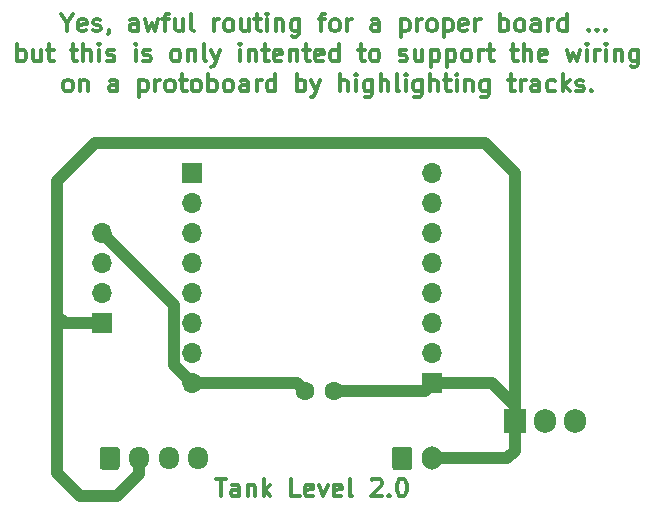
<source format=gbr>
%TF.GenerationSoftware,KiCad,Pcbnew,5.1.9+dfsg1-1*%
%TF.CreationDate,2022-05-15T20:14:44+02:00*%
%TF.ProjectId,water.tank,77617465-722e-4746-916e-6b2e6b696361,rev?*%
%TF.SameCoordinates,Original*%
%TF.FileFunction,Copper,L1,Top*%
%TF.FilePolarity,Positive*%
%FSLAX46Y46*%
G04 Gerber Fmt 4.6, Leading zero omitted, Abs format (unit mm)*
G04 Created by KiCad (PCBNEW 5.1.9+dfsg1-1) date 2022-05-15 20:14:44*
%MOMM*%
%LPD*%
G01*
G04 APERTURE LIST*
%TA.AperFunction,NonConductor*%
%ADD10C,0.300000*%
%TD*%
%TA.AperFunction,ComponentPad*%
%ADD11O,1.700000X1.700000*%
%TD*%
%TA.AperFunction,ComponentPad*%
%ADD12R,1.700000X1.700000*%
%TD*%
%TA.AperFunction,ComponentPad*%
%ADD13C,1.600000*%
%TD*%
%TA.AperFunction,ComponentPad*%
%ADD14O,1.905000X2.000000*%
%TD*%
%TA.AperFunction,ComponentPad*%
%ADD15R,1.905000X2.000000*%
%TD*%
%TA.AperFunction,ComponentPad*%
%ADD16O,1.700000X1.950000*%
%TD*%
%TA.AperFunction,ComponentPad*%
%ADD17O,1.700000X2.000000*%
%TD*%
%TA.AperFunction,Conductor*%
%ADD18C,1.000000*%
%TD*%
G04 APERTURE END LIST*
D10*
X66257142Y-42499285D02*
X66257142Y-43213571D01*
X65757142Y-41713571D02*
X66257142Y-42499285D01*
X66757142Y-41713571D01*
X67828571Y-43142142D02*
X67685714Y-43213571D01*
X67400000Y-43213571D01*
X67257142Y-43142142D01*
X67185714Y-42999285D01*
X67185714Y-42427857D01*
X67257142Y-42285000D01*
X67400000Y-42213571D01*
X67685714Y-42213571D01*
X67828571Y-42285000D01*
X67900000Y-42427857D01*
X67900000Y-42570714D01*
X67185714Y-42713571D01*
X68471428Y-43142142D02*
X68614285Y-43213571D01*
X68900000Y-43213571D01*
X69042857Y-43142142D01*
X69114285Y-42999285D01*
X69114285Y-42927857D01*
X69042857Y-42785000D01*
X68900000Y-42713571D01*
X68685714Y-42713571D01*
X68542857Y-42642142D01*
X68471428Y-42499285D01*
X68471428Y-42427857D01*
X68542857Y-42285000D01*
X68685714Y-42213571D01*
X68900000Y-42213571D01*
X69042857Y-42285000D01*
X69828571Y-43142142D02*
X69828571Y-43213571D01*
X69757142Y-43356428D01*
X69685714Y-43427857D01*
X72257142Y-43213571D02*
X72257142Y-42427857D01*
X72185714Y-42285000D01*
X72042857Y-42213571D01*
X71757142Y-42213571D01*
X71614285Y-42285000D01*
X72257142Y-43142142D02*
X72114285Y-43213571D01*
X71757142Y-43213571D01*
X71614285Y-43142142D01*
X71542857Y-42999285D01*
X71542857Y-42856428D01*
X71614285Y-42713571D01*
X71757142Y-42642142D01*
X72114285Y-42642142D01*
X72257142Y-42570714D01*
X72828571Y-42213571D02*
X73114285Y-43213571D01*
X73400000Y-42499285D01*
X73685714Y-43213571D01*
X73971428Y-42213571D01*
X74328571Y-42213571D02*
X74900000Y-42213571D01*
X74542857Y-43213571D02*
X74542857Y-41927857D01*
X74614285Y-41785000D01*
X74757142Y-41713571D01*
X74900000Y-41713571D01*
X76042857Y-42213571D02*
X76042857Y-43213571D01*
X75400000Y-42213571D02*
X75400000Y-42999285D01*
X75471428Y-43142142D01*
X75614285Y-43213571D01*
X75828571Y-43213571D01*
X75971428Y-43142142D01*
X76042857Y-43070714D01*
X76971428Y-43213571D02*
X76828571Y-43142142D01*
X76757142Y-42999285D01*
X76757142Y-41713571D01*
X78685714Y-43213571D02*
X78685714Y-42213571D01*
X78685714Y-42499285D02*
X78757142Y-42356428D01*
X78828571Y-42285000D01*
X78971428Y-42213571D01*
X79114285Y-42213571D01*
X79828571Y-43213571D02*
X79685714Y-43142142D01*
X79614285Y-43070714D01*
X79542857Y-42927857D01*
X79542857Y-42499285D01*
X79614285Y-42356428D01*
X79685714Y-42285000D01*
X79828571Y-42213571D01*
X80042857Y-42213571D01*
X80185714Y-42285000D01*
X80257142Y-42356428D01*
X80328571Y-42499285D01*
X80328571Y-42927857D01*
X80257142Y-43070714D01*
X80185714Y-43142142D01*
X80042857Y-43213571D01*
X79828571Y-43213571D01*
X81614285Y-42213571D02*
X81614285Y-43213571D01*
X80971428Y-42213571D02*
X80971428Y-42999285D01*
X81042857Y-43142142D01*
X81185714Y-43213571D01*
X81400000Y-43213571D01*
X81542857Y-43142142D01*
X81614285Y-43070714D01*
X82114285Y-42213571D02*
X82685714Y-42213571D01*
X82328571Y-41713571D02*
X82328571Y-42999285D01*
X82400000Y-43142142D01*
X82542857Y-43213571D01*
X82685714Y-43213571D01*
X83185714Y-43213571D02*
X83185714Y-42213571D01*
X83185714Y-41713571D02*
X83114285Y-41785000D01*
X83185714Y-41856428D01*
X83257142Y-41785000D01*
X83185714Y-41713571D01*
X83185714Y-41856428D01*
X83900000Y-42213571D02*
X83900000Y-43213571D01*
X83900000Y-42356428D02*
X83971428Y-42285000D01*
X84114285Y-42213571D01*
X84328571Y-42213571D01*
X84471428Y-42285000D01*
X84542857Y-42427857D01*
X84542857Y-43213571D01*
X85900000Y-42213571D02*
X85900000Y-43427857D01*
X85828571Y-43570714D01*
X85757142Y-43642142D01*
X85614285Y-43713571D01*
X85400000Y-43713571D01*
X85257142Y-43642142D01*
X85900000Y-43142142D02*
X85757142Y-43213571D01*
X85471428Y-43213571D01*
X85328571Y-43142142D01*
X85257142Y-43070714D01*
X85185714Y-42927857D01*
X85185714Y-42499285D01*
X85257142Y-42356428D01*
X85328571Y-42285000D01*
X85471428Y-42213571D01*
X85757142Y-42213571D01*
X85900000Y-42285000D01*
X87542857Y-42213571D02*
X88114285Y-42213571D01*
X87757142Y-43213571D02*
X87757142Y-41927857D01*
X87828571Y-41785000D01*
X87971428Y-41713571D01*
X88114285Y-41713571D01*
X88828571Y-43213571D02*
X88685714Y-43142142D01*
X88614285Y-43070714D01*
X88542857Y-42927857D01*
X88542857Y-42499285D01*
X88614285Y-42356428D01*
X88685714Y-42285000D01*
X88828571Y-42213571D01*
X89042857Y-42213571D01*
X89185714Y-42285000D01*
X89257142Y-42356428D01*
X89328571Y-42499285D01*
X89328571Y-42927857D01*
X89257142Y-43070714D01*
X89185714Y-43142142D01*
X89042857Y-43213571D01*
X88828571Y-43213571D01*
X89971428Y-43213571D02*
X89971428Y-42213571D01*
X89971428Y-42499285D02*
X90042857Y-42356428D01*
X90114285Y-42285000D01*
X90257142Y-42213571D01*
X90400000Y-42213571D01*
X92685714Y-43213571D02*
X92685714Y-42427857D01*
X92614285Y-42285000D01*
X92471428Y-42213571D01*
X92185714Y-42213571D01*
X92042857Y-42285000D01*
X92685714Y-43142142D02*
X92542857Y-43213571D01*
X92185714Y-43213571D01*
X92042857Y-43142142D01*
X91971428Y-42999285D01*
X91971428Y-42856428D01*
X92042857Y-42713571D01*
X92185714Y-42642142D01*
X92542857Y-42642142D01*
X92685714Y-42570714D01*
X94542857Y-42213571D02*
X94542857Y-43713571D01*
X94542857Y-42285000D02*
X94685714Y-42213571D01*
X94971428Y-42213571D01*
X95114285Y-42285000D01*
X95185714Y-42356428D01*
X95257142Y-42499285D01*
X95257142Y-42927857D01*
X95185714Y-43070714D01*
X95114285Y-43142142D01*
X94971428Y-43213571D01*
X94685714Y-43213571D01*
X94542857Y-43142142D01*
X95900000Y-43213571D02*
X95900000Y-42213571D01*
X95900000Y-42499285D02*
X95971428Y-42356428D01*
X96042857Y-42285000D01*
X96185714Y-42213571D01*
X96328571Y-42213571D01*
X97042857Y-43213571D02*
X96900000Y-43142142D01*
X96828571Y-43070714D01*
X96757142Y-42927857D01*
X96757142Y-42499285D01*
X96828571Y-42356428D01*
X96900000Y-42285000D01*
X97042857Y-42213571D01*
X97257142Y-42213571D01*
X97400000Y-42285000D01*
X97471428Y-42356428D01*
X97542857Y-42499285D01*
X97542857Y-42927857D01*
X97471428Y-43070714D01*
X97400000Y-43142142D01*
X97257142Y-43213571D01*
X97042857Y-43213571D01*
X98185714Y-42213571D02*
X98185714Y-43713571D01*
X98185714Y-42285000D02*
X98328571Y-42213571D01*
X98614285Y-42213571D01*
X98757142Y-42285000D01*
X98828571Y-42356428D01*
X98900000Y-42499285D01*
X98900000Y-42927857D01*
X98828571Y-43070714D01*
X98757142Y-43142142D01*
X98614285Y-43213571D01*
X98328571Y-43213571D01*
X98185714Y-43142142D01*
X100114285Y-43142142D02*
X99971428Y-43213571D01*
X99685714Y-43213571D01*
X99542857Y-43142142D01*
X99471428Y-42999285D01*
X99471428Y-42427857D01*
X99542857Y-42285000D01*
X99685714Y-42213571D01*
X99971428Y-42213571D01*
X100114285Y-42285000D01*
X100185714Y-42427857D01*
X100185714Y-42570714D01*
X99471428Y-42713571D01*
X100828571Y-43213571D02*
X100828571Y-42213571D01*
X100828571Y-42499285D02*
X100900000Y-42356428D01*
X100971428Y-42285000D01*
X101114285Y-42213571D01*
X101257142Y-42213571D01*
X102900000Y-43213571D02*
X102900000Y-41713571D01*
X102900000Y-42285000D02*
X103042857Y-42213571D01*
X103328571Y-42213571D01*
X103471428Y-42285000D01*
X103542857Y-42356428D01*
X103614285Y-42499285D01*
X103614285Y-42927857D01*
X103542857Y-43070714D01*
X103471428Y-43142142D01*
X103328571Y-43213571D01*
X103042857Y-43213571D01*
X102900000Y-43142142D01*
X104471428Y-43213571D02*
X104328571Y-43142142D01*
X104257142Y-43070714D01*
X104185714Y-42927857D01*
X104185714Y-42499285D01*
X104257142Y-42356428D01*
X104328571Y-42285000D01*
X104471428Y-42213571D01*
X104685714Y-42213571D01*
X104828571Y-42285000D01*
X104900000Y-42356428D01*
X104971428Y-42499285D01*
X104971428Y-42927857D01*
X104900000Y-43070714D01*
X104828571Y-43142142D01*
X104685714Y-43213571D01*
X104471428Y-43213571D01*
X106257142Y-43213571D02*
X106257142Y-42427857D01*
X106185714Y-42285000D01*
X106042857Y-42213571D01*
X105757142Y-42213571D01*
X105614285Y-42285000D01*
X106257142Y-43142142D02*
X106114285Y-43213571D01*
X105757142Y-43213571D01*
X105614285Y-43142142D01*
X105542857Y-42999285D01*
X105542857Y-42856428D01*
X105614285Y-42713571D01*
X105757142Y-42642142D01*
X106114285Y-42642142D01*
X106257142Y-42570714D01*
X106971428Y-43213571D02*
X106971428Y-42213571D01*
X106971428Y-42499285D02*
X107042857Y-42356428D01*
X107114285Y-42285000D01*
X107257142Y-42213571D01*
X107400000Y-42213571D01*
X108542857Y-43213571D02*
X108542857Y-41713571D01*
X108542857Y-43142142D02*
X108400000Y-43213571D01*
X108114285Y-43213571D01*
X107971428Y-43142142D01*
X107900000Y-43070714D01*
X107828571Y-42927857D01*
X107828571Y-42499285D01*
X107900000Y-42356428D01*
X107971428Y-42285000D01*
X108114285Y-42213571D01*
X108400000Y-42213571D01*
X108542857Y-42285000D01*
X110400000Y-43070714D02*
X110471428Y-43142142D01*
X110400000Y-43213571D01*
X110328571Y-43142142D01*
X110400000Y-43070714D01*
X110400000Y-43213571D01*
X111114285Y-43070714D02*
X111185714Y-43142142D01*
X111114285Y-43213571D01*
X111042857Y-43142142D01*
X111114285Y-43070714D01*
X111114285Y-43213571D01*
X111828571Y-43070714D02*
X111900000Y-43142142D01*
X111828571Y-43213571D01*
X111757142Y-43142142D01*
X111828571Y-43070714D01*
X111828571Y-43213571D01*
X62042857Y-45763571D02*
X62042857Y-44263571D01*
X62042857Y-44835000D02*
X62185714Y-44763571D01*
X62471428Y-44763571D01*
X62614285Y-44835000D01*
X62685714Y-44906428D01*
X62757142Y-45049285D01*
X62757142Y-45477857D01*
X62685714Y-45620714D01*
X62614285Y-45692142D01*
X62471428Y-45763571D01*
X62185714Y-45763571D01*
X62042857Y-45692142D01*
X64042857Y-44763571D02*
X64042857Y-45763571D01*
X63399999Y-44763571D02*
X63399999Y-45549285D01*
X63471428Y-45692142D01*
X63614285Y-45763571D01*
X63828571Y-45763571D01*
X63971428Y-45692142D01*
X64042857Y-45620714D01*
X64542857Y-44763571D02*
X65114285Y-44763571D01*
X64757142Y-44263571D02*
X64757142Y-45549285D01*
X64828571Y-45692142D01*
X64971428Y-45763571D01*
X65114285Y-45763571D01*
X66542857Y-44763571D02*
X67114285Y-44763571D01*
X66757142Y-44263571D02*
X66757142Y-45549285D01*
X66828571Y-45692142D01*
X66971428Y-45763571D01*
X67114285Y-45763571D01*
X67614285Y-45763571D02*
X67614285Y-44263571D01*
X68257142Y-45763571D02*
X68257142Y-44977857D01*
X68185714Y-44835000D01*
X68042857Y-44763571D01*
X67828571Y-44763571D01*
X67685714Y-44835000D01*
X67614285Y-44906428D01*
X68971428Y-45763571D02*
X68971428Y-44763571D01*
X68971428Y-44263571D02*
X68899999Y-44335000D01*
X68971428Y-44406428D01*
X69042857Y-44335000D01*
X68971428Y-44263571D01*
X68971428Y-44406428D01*
X69614285Y-45692142D02*
X69757142Y-45763571D01*
X70042857Y-45763571D01*
X70185714Y-45692142D01*
X70257142Y-45549285D01*
X70257142Y-45477857D01*
X70185714Y-45335000D01*
X70042857Y-45263571D01*
X69828571Y-45263571D01*
X69685714Y-45192142D01*
X69614285Y-45049285D01*
X69614285Y-44977857D01*
X69685714Y-44835000D01*
X69828571Y-44763571D01*
X70042857Y-44763571D01*
X70185714Y-44835000D01*
X72042857Y-45763571D02*
X72042857Y-44763571D01*
X72042857Y-44263571D02*
X71971428Y-44335000D01*
X72042857Y-44406428D01*
X72114285Y-44335000D01*
X72042857Y-44263571D01*
X72042857Y-44406428D01*
X72685714Y-45692142D02*
X72828571Y-45763571D01*
X73114285Y-45763571D01*
X73257142Y-45692142D01*
X73328571Y-45549285D01*
X73328571Y-45477857D01*
X73257142Y-45335000D01*
X73114285Y-45263571D01*
X72899999Y-45263571D01*
X72757142Y-45192142D01*
X72685714Y-45049285D01*
X72685714Y-44977857D01*
X72757142Y-44835000D01*
X72899999Y-44763571D01*
X73114285Y-44763571D01*
X73257142Y-44835000D01*
X75328571Y-45763571D02*
X75185714Y-45692142D01*
X75114285Y-45620714D01*
X75042857Y-45477857D01*
X75042857Y-45049285D01*
X75114285Y-44906428D01*
X75185714Y-44835000D01*
X75328571Y-44763571D01*
X75542857Y-44763571D01*
X75685714Y-44835000D01*
X75757142Y-44906428D01*
X75828571Y-45049285D01*
X75828571Y-45477857D01*
X75757142Y-45620714D01*
X75685714Y-45692142D01*
X75542857Y-45763571D01*
X75328571Y-45763571D01*
X76471428Y-44763571D02*
X76471428Y-45763571D01*
X76471428Y-44906428D02*
X76542857Y-44835000D01*
X76685714Y-44763571D01*
X76899999Y-44763571D01*
X77042857Y-44835000D01*
X77114285Y-44977857D01*
X77114285Y-45763571D01*
X78042857Y-45763571D02*
X77899999Y-45692142D01*
X77828571Y-45549285D01*
X77828571Y-44263571D01*
X78471428Y-44763571D02*
X78828571Y-45763571D01*
X79185714Y-44763571D02*
X78828571Y-45763571D01*
X78685714Y-46120714D01*
X78614285Y-46192142D01*
X78471428Y-46263571D01*
X80899999Y-45763571D02*
X80899999Y-44763571D01*
X80899999Y-44263571D02*
X80828571Y-44335000D01*
X80899999Y-44406428D01*
X80971428Y-44335000D01*
X80899999Y-44263571D01*
X80899999Y-44406428D01*
X81614285Y-44763571D02*
X81614285Y-45763571D01*
X81614285Y-44906428D02*
X81685714Y-44835000D01*
X81828571Y-44763571D01*
X82042857Y-44763571D01*
X82185714Y-44835000D01*
X82257142Y-44977857D01*
X82257142Y-45763571D01*
X82757142Y-44763571D02*
X83328571Y-44763571D01*
X82971428Y-44263571D02*
X82971428Y-45549285D01*
X83042857Y-45692142D01*
X83185714Y-45763571D01*
X83328571Y-45763571D01*
X84399999Y-45692142D02*
X84257142Y-45763571D01*
X83971428Y-45763571D01*
X83828571Y-45692142D01*
X83757142Y-45549285D01*
X83757142Y-44977857D01*
X83828571Y-44835000D01*
X83971428Y-44763571D01*
X84257142Y-44763571D01*
X84399999Y-44835000D01*
X84471428Y-44977857D01*
X84471428Y-45120714D01*
X83757142Y-45263571D01*
X85114285Y-44763571D02*
X85114285Y-45763571D01*
X85114285Y-44906428D02*
X85185714Y-44835000D01*
X85328571Y-44763571D01*
X85542857Y-44763571D01*
X85685714Y-44835000D01*
X85757142Y-44977857D01*
X85757142Y-45763571D01*
X86257142Y-44763571D02*
X86828571Y-44763571D01*
X86471428Y-44263571D02*
X86471428Y-45549285D01*
X86542857Y-45692142D01*
X86685714Y-45763571D01*
X86828571Y-45763571D01*
X87900000Y-45692142D02*
X87757142Y-45763571D01*
X87471428Y-45763571D01*
X87328571Y-45692142D01*
X87257142Y-45549285D01*
X87257142Y-44977857D01*
X87328571Y-44835000D01*
X87471428Y-44763571D01*
X87757142Y-44763571D01*
X87900000Y-44835000D01*
X87971428Y-44977857D01*
X87971428Y-45120714D01*
X87257142Y-45263571D01*
X89257142Y-45763571D02*
X89257142Y-44263571D01*
X89257142Y-45692142D02*
X89114285Y-45763571D01*
X88828571Y-45763571D01*
X88685714Y-45692142D01*
X88614285Y-45620714D01*
X88542857Y-45477857D01*
X88542857Y-45049285D01*
X88614285Y-44906428D01*
X88685714Y-44835000D01*
X88828571Y-44763571D01*
X89114285Y-44763571D01*
X89257142Y-44835000D01*
X90900000Y-44763571D02*
X91471428Y-44763571D01*
X91114285Y-44263571D02*
X91114285Y-45549285D01*
X91185714Y-45692142D01*
X91328571Y-45763571D01*
X91471428Y-45763571D01*
X92185714Y-45763571D02*
X92042857Y-45692142D01*
X91971428Y-45620714D01*
X91900000Y-45477857D01*
X91900000Y-45049285D01*
X91971428Y-44906428D01*
X92042857Y-44835000D01*
X92185714Y-44763571D01*
X92400000Y-44763571D01*
X92542857Y-44835000D01*
X92614285Y-44906428D01*
X92685714Y-45049285D01*
X92685714Y-45477857D01*
X92614285Y-45620714D01*
X92542857Y-45692142D01*
X92400000Y-45763571D01*
X92185714Y-45763571D01*
X94400000Y-45692142D02*
X94542857Y-45763571D01*
X94828571Y-45763571D01*
X94971428Y-45692142D01*
X95042857Y-45549285D01*
X95042857Y-45477857D01*
X94971428Y-45335000D01*
X94828571Y-45263571D01*
X94614285Y-45263571D01*
X94471428Y-45192142D01*
X94400000Y-45049285D01*
X94400000Y-44977857D01*
X94471428Y-44835000D01*
X94614285Y-44763571D01*
X94828571Y-44763571D01*
X94971428Y-44835000D01*
X96328571Y-44763571D02*
X96328571Y-45763571D01*
X95685714Y-44763571D02*
X95685714Y-45549285D01*
X95757142Y-45692142D01*
X95900000Y-45763571D01*
X96114285Y-45763571D01*
X96257142Y-45692142D01*
X96328571Y-45620714D01*
X97042857Y-44763571D02*
X97042857Y-46263571D01*
X97042857Y-44835000D02*
X97185714Y-44763571D01*
X97471428Y-44763571D01*
X97614285Y-44835000D01*
X97685714Y-44906428D01*
X97757142Y-45049285D01*
X97757142Y-45477857D01*
X97685714Y-45620714D01*
X97614285Y-45692142D01*
X97471428Y-45763571D01*
X97185714Y-45763571D01*
X97042857Y-45692142D01*
X98400000Y-44763571D02*
X98400000Y-46263571D01*
X98400000Y-44835000D02*
X98542857Y-44763571D01*
X98828571Y-44763571D01*
X98971428Y-44835000D01*
X99042857Y-44906428D01*
X99114285Y-45049285D01*
X99114285Y-45477857D01*
X99042857Y-45620714D01*
X98971428Y-45692142D01*
X98828571Y-45763571D01*
X98542857Y-45763571D01*
X98400000Y-45692142D01*
X99971428Y-45763571D02*
X99828571Y-45692142D01*
X99757142Y-45620714D01*
X99685714Y-45477857D01*
X99685714Y-45049285D01*
X99757142Y-44906428D01*
X99828571Y-44835000D01*
X99971428Y-44763571D01*
X100185714Y-44763571D01*
X100328571Y-44835000D01*
X100400000Y-44906428D01*
X100471428Y-45049285D01*
X100471428Y-45477857D01*
X100400000Y-45620714D01*
X100328571Y-45692142D01*
X100185714Y-45763571D01*
X99971428Y-45763571D01*
X101114285Y-45763571D02*
X101114285Y-44763571D01*
X101114285Y-45049285D02*
X101185714Y-44906428D01*
X101257142Y-44835000D01*
X101400000Y-44763571D01*
X101542857Y-44763571D01*
X101828571Y-44763571D02*
X102400000Y-44763571D01*
X102042857Y-44263571D02*
X102042857Y-45549285D01*
X102114285Y-45692142D01*
X102257142Y-45763571D01*
X102400000Y-45763571D01*
X103828571Y-44763571D02*
X104400000Y-44763571D01*
X104042857Y-44263571D02*
X104042857Y-45549285D01*
X104114285Y-45692142D01*
X104257142Y-45763571D01*
X104400000Y-45763571D01*
X104900000Y-45763571D02*
X104900000Y-44263571D01*
X105542857Y-45763571D02*
X105542857Y-44977857D01*
X105471428Y-44835000D01*
X105328571Y-44763571D01*
X105114285Y-44763571D01*
X104971428Y-44835000D01*
X104900000Y-44906428D01*
X106828571Y-45692142D02*
X106685714Y-45763571D01*
X106400000Y-45763571D01*
X106257142Y-45692142D01*
X106185714Y-45549285D01*
X106185714Y-44977857D01*
X106257142Y-44835000D01*
X106400000Y-44763571D01*
X106685714Y-44763571D01*
X106828571Y-44835000D01*
X106900000Y-44977857D01*
X106900000Y-45120714D01*
X106185714Y-45263571D01*
X108542857Y-44763571D02*
X108828571Y-45763571D01*
X109114285Y-45049285D01*
X109400000Y-45763571D01*
X109685714Y-44763571D01*
X110257142Y-45763571D02*
X110257142Y-44763571D01*
X110257142Y-44263571D02*
X110185714Y-44335000D01*
X110257142Y-44406428D01*
X110328571Y-44335000D01*
X110257142Y-44263571D01*
X110257142Y-44406428D01*
X110971428Y-45763571D02*
X110971428Y-44763571D01*
X110971428Y-45049285D02*
X111042857Y-44906428D01*
X111114285Y-44835000D01*
X111257142Y-44763571D01*
X111400000Y-44763571D01*
X111900000Y-45763571D02*
X111900000Y-44763571D01*
X111900000Y-44263571D02*
X111828571Y-44335000D01*
X111900000Y-44406428D01*
X111971428Y-44335000D01*
X111900000Y-44263571D01*
X111900000Y-44406428D01*
X112614285Y-44763571D02*
X112614285Y-45763571D01*
X112614285Y-44906428D02*
X112685714Y-44835000D01*
X112828571Y-44763571D01*
X113042857Y-44763571D01*
X113185714Y-44835000D01*
X113257142Y-44977857D01*
X113257142Y-45763571D01*
X114614285Y-44763571D02*
X114614285Y-45977857D01*
X114542857Y-46120714D01*
X114471428Y-46192142D01*
X114328571Y-46263571D01*
X114114285Y-46263571D01*
X113971428Y-46192142D01*
X114614285Y-45692142D02*
X114471428Y-45763571D01*
X114185714Y-45763571D01*
X114042857Y-45692142D01*
X113971428Y-45620714D01*
X113900000Y-45477857D01*
X113900000Y-45049285D01*
X113971428Y-44906428D01*
X114042857Y-44835000D01*
X114185714Y-44763571D01*
X114471428Y-44763571D01*
X114614285Y-44835000D01*
X66221428Y-48313571D02*
X66078571Y-48242142D01*
X66007142Y-48170714D01*
X65935714Y-48027857D01*
X65935714Y-47599285D01*
X66007142Y-47456428D01*
X66078571Y-47385000D01*
X66221428Y-47313571D01*
X66435714Y-47313571D01*
X66578571Y-47385000D01*
X66650000Y-47456428D01*
X66721428Y-47599285D01*
X66721428Y-48027857D01*
X66650000Y-48170714D01*
X66578571Y-48242142D01*
X66435714Y-48313571D01*
X66221428Y-48313571D01*
X67364285Y-47313571D02*
X67364285Y-48313571D01*
X67364285Y-47456428D02*
X67435714Y-47385000D01*
X67578571Y-47313571D01*
X67792857Y-47313571D01*
X67935714Y-47385000D01*
X68007142Y-47527857D01*
X68007142Y-48313571D01*
X70507142Y-48313571D02*
X70507142Y-47527857D01*
X70435714Y-47385000D01*
X70292857Y-47313571D01*
X70007142Y-47313571D01*
X69864285Y-47385000D01*
X70507142Y-48242142D02*
X70364285Y-48313571D01*
X70007142Y-48313571D01*
X69864285Y-48242142D01*
X69792857Y-48099285D01*
X69792857Y-47956428D01*
X69864285Y-47813571D01*
X70007142Y-47742142D01*
X70364285Y-47742142D01*
X70507142Y-47670714D01*
X72364285Y-47313571D02*
X72364285Y-48813571D01*
X72364285Y-47385000D02*
X72507142Y-47313571D01*
X72792857Y-47313571D01*
X72935714Y-47385000D01*
X73007142Y-47456428D01*
X73078571Y-47599285D01*
X73078571Y-48027857D01*
X73007142Y-48170714D01*
X72935714Y-48242142D01*
X72792857Y-48313571D01*
X72507142Y-48313571D01*
X72364285Y-48242142D01*
X73721428Y-48313571D02*
X73721428Y-47313571D01*
X73721428Y-47599285D02*
X73792857Y-47456428D01*
X73864285Y-47385000D01*
X74007142Y-47313571D01*
X74150000Y-47313571D01*
X74864285Y-48313571D02*
X74721428Y-48242142D01*
X74650000Y-48170714D01*
X74578571Y-48027857D01*
X74578571Y-47599285D01*
X74650000Y-47456428D01*
X74721428Y-47385000D01*
X74864285Y-47313571D01*
X75078571Y-47313571D01*
X75221428Y-47385000D01*
X75292857Y-47456428D01*
X75364285Y-47599285D01*
X75364285Y-48027857D01*
X75292857Y-48170714D01*
X75221428Y-48242142D01*
X75078571Y-48313571D01*
X74864285Y-48313571D01*
X75792857Y-47313571D02*
X76364285Y-47313571D01*
X76007142Y-46813571D02*
X76007142Y-48099285D01*
X76078571Y-48242142D01*
X76221428Y-48313571D01*
X76364285Y-48313571D01*
X77078571Y-48313571D02*
X76935714Y-48242142D01*
X76864285Y-48170714D01*
X76792857Y-48027857D01*
X76792857Y-47599285D01*
X76864285Y-47456428D01*
X76935714Y-47385000D01*
X77078571Y-47313571D01*
X77292857Y-47313571D01*
X77435714Y-47385000D01*
X77507142Y-47456428D01*
X77578571Y-47599285D01*
X77578571Y-48027857D01*
X77507142Y-48170714D01*
X77435714Y-48242142D01*
X77292857Y-48313571D01*
X77078571Y-48313571D01*
X78221428Y-48313571D02*
X78221428Y-46813571D01*
X78221428Y-47385000D02*
X78364285Y-47313571D01*
X78650000Y-47313571D01*
X78792857Y-47385000D01*
X78864285Y-47456428D01*
X78935714Y-47599285D01*
X78935714Y-48027857D01*
X78864285Y-48170714D01*
X78792857Y-48242142D01*
X78650000Y-48313571D01*
X78364285Y-48313571D01*
X78221428Y-48242142D01*
X79792857Y-48313571D02*
X79650000Y-48242142D01*
X79578571Y-48170714D01*
X79507142Y-48027857D01*
X79507142Y-47599285D01*
X79578571Y-47456428D01*
X79650000Y-47385000D01*
X79792857Y-47313571D01*
X80007142Y-47313571D01*
X80150000Y-47385000D01*
X80221428Y-47456428D01*
X80292857Y-47599285D01*
X80292857Y-48027857D01*
X80221428Y-48170714D01*
X80150000Y-48242142D01*
X80007142Y-48313571D01*
X79792857Y-48313571D01*
X81578571Y-48313571D02*
X81578571Y-47527857D01*
X81507142Y-47385000D01*
X81364285Y-47313571D01*
X81078571Y-47313571D01*
X80935714Y-47385000D01*
X81578571Y-48242142D02*
X81435714Y-48313571D01*
X81078571Y-48313571D01*
X80935714Y-48242142D01*
X80864285Y-48099285D01*
X80864285Y-47956428D01*
X80935714Y-47813571D01*
X81078571Y-47742142D01*
X81435714Y-47742142D01*
X81578571Y-47670714D01*
X82292857Y-48313571D02*
X82292857Y-47313571D01*
X82292857Y-47599285D02*
X82364285Y-47456428D01*
X82435714Y-47385000D01*
X82578571Y-47313571D01*
X82721428Y-47313571D01*
X83864285Y-48313571D02*
X83864285Y-46813571D01*
X83864285Y-48242142D02*
X83721428Y-48313571D01*
X83435714Y-48313571D01*
X83292857Y-48242142D01*
X83221428Y-48170714D01*
X83150000Y-48027857D01*
X83150000Y-47599285D01*
X83221428Y-47456428D01*
X83292857Y-47385000D01*
X83435714Y-47313571D01*
X83721428Y-47313571D01*
X83864285Y-47385000D01*
X85721428Y-48313571D02*
X85721428Y-46813571D01*
X85721428Y-47385000D02*
X85864285Y-47313571D01*
X86150000Y-47313571D01*
X86292857Y-47385000D01*
X86364285Y-47456428D01*
X86435714Y-47599285D01*
X86435714Y-48027857D01*
X86364285Y-48170714D01*
X86292857Y-48242142D01*
X86150000Y-48313571D01*
X85864285Y-48313571D01*
X85721428Y-48242142D01*
X86935714Y-47313571D02*
X87292857Y-48313571D01*
X87650000Y-47313571D02*
X87292857Y-48313571D01*
X87150000Y-48670714D01*
X87078571Y-48742142D01*
X86935714Y-48813571D01*
X89364285Y-48313571D02*
X89364285Y-46813571D01*
X90007142Y-48313571D02*
X90007142Y-47527857D01*
X89935714Y-47385000D01*
X89792857Y-47313571D01*
X89578571Y-47313571D01*
X89435714Y-47385000D01*
X89364285Y-47456428D01*
X90721428Y-48313571D02*
X90721428Y-47313571D01*
X90721428Y-46813571D02*
X90650000Y-46885000D01*
X90721428Y-46956428D01*
X90792857Y-46885000D01*
X90721428Y-46813571D01*
X90721428Y-46956428D01*
X92078571Y-47313571D02*
X92078571Y-48527857D01*
X92007142Y-48670714D01*
X91935714Y-48742142D01*
X91792857Y-48813571D01*
X91578571Y-48813571D01*
X91435714Y-48742142D01*
X92078571Y-48242142D02*
X91935714Y-48313571D01*
X91650000Y-48313571D01*
X91507142Y-48242142D01*
X91435714Y-48170714D01*
X91364285Y-48027857D01*
X91364285Y-47599285D01*
X91435714Y-47456428D01*
X91507142Y-47385000D01*
X91650000Y-47313571D01*
X91935714Y-47313571D01*
X92078571Y-47385000D01*
X92792857Y-48313571D02*
X92792857Y-46813571D01*
X93435714Y-48313571D02*
X93435714Y-47527857D01*
X93364285Y-47385000D01*
X93221428Y-47313571D01*
X93007142Y-47313571D01*
X92864285Y-47385000D01*
X92792857Y-47456428D01*
X94364285Y-48313571D02*
X94221428Y-48242142D01*
X94150000Y-48099285D01*
X94150000Y-46813571D01*
X94935714Y-48313571D02*
X94935714Y-47313571D01*
X94935714Y-46813571D02*
X94864285Y-46885000D01*
X94935714Y-46956428D01*
X95007142Y-46885000D01*
X94935714Y-46813571D01*
X94935714Y-46956428D01*
X96292857Y-47313571D02*
X96292857Y-48527857D01*
X96221428Y-48670714D01*
X96150000Y-48742142D01*
X96007142Y-48813571D01*
X95792857Y-48813571D01*
X95650000Y-48742142D01*
X96292857Y-48242142D02*
X96150000Y-48313571D01*
X95864285Y-48313571D01*
X95721428Y-48242142D01*
X95650000Y-48170714D01*
X95578571Y-48027857D01*
X95578571Y-47599285D01*
X95650000Y-47456428D01*
X95721428Y-47385000D01*
X95864285Y-47313571D01*
X96150000Y-47313571D01*
X96292857Y-47385000D01*
X97007142Y-48313571D02*
X97007142Y-46813571D01*
X97650000Y-48313571D02*
X97650000Y-47527857D01*
X97578571Y-47385000D01*
X97435714Y-47313571D01*
X97221428Y-47313571D01*
X97078571Y-47385000D01*
X97007142Y-47456428D01*
X98150000Y-47313571D02*
X98721428Y-47313571D01*
X98364285Y-46813571D02*
X98364285Y-48099285D01*
X98435714Y-48242142D01*
X98578571Y-48313571D01*
X98721428Y-48313571D01*
X99221428Y-48313571D02*
X99221428Y-47313571D01*
X99221428Y-46813571D02*
X99150000Y-46885000D01*
X99221428Y-46956428D01*
X99292857Y-46885000D01*
X99221428Y-46813571D01*
X99221428Y-46956428D01*
X99935714Y-47313571D02*
X99935714Y-48313571D01*
X99935714Y-47456428D02*
X100007142Y-47385000D01*
X100150000Y-47313571D01*
X100364285Y-47313571D01*
X100507142Y-47385000D01*
X100578571Y-47527857D01*
X100578571Y-48313571D01*
X101935714Y-47313571D02*
X101935714Y-48527857D01*
X101864285Y-48670714D01*
X101792857Y-48742142D01*
X101650000Y-48813571D01*
X101435714Y-48813571D01*
X101292857Y-48742142D01*
X101935714Y-48242142D02*
X101792857Y-48313571D01*
X101507142Y-48313571D01*
X101364285Y-48242142D01*
X101292857Y-48170714D01*
X101221428Y-48027857D01*
X101221428Y-47599285D01*
X101292857Y-47456428D01*
X101364285Y-47385000D01*
X101507142Y-47313571D01*
X101792857Y-47313571D01*
X101935714Y-47385000D01*
X103578571Y-47313571D02*
X104150000Y-47313571D01*
X103792857Y-46813571D02*
X103792857Y-48099285D01*
X103864285Y-48242142D01*
X104007142Y-48313571D01*
X104150000Y-48313571D01*
X104650000Y-48313571D02*
X104650000Y-47313571D01*
X104650000Y-47599285D02*
X104721428Y-47456428D01*
X104792857Y-47385000D01*
X104935714Y-47313571D01*
X105078571Y-47313571D01*
X106221428Y-48313571D02*
X106221428Y-47527857D01*
X106150000Y-47385000D01*
X106007142Y-47313571D01*
X105721428Y-47313571D01*
X105578571Y-47385000D01*
X106221428Y-48242142D02*
X106078571Y-48313571D01*
X105721428Y-48313571D01*
X105578571Y-48242142D01*
X105507142Y-48099285D01*
X105507142Y-47956428D01*
X105578571Y-47813571D01*
X105721428Y-47742142D01*
X106078571Y-47742142D01*
X106221428Y-47670714D01*
X107578571Y-48242142D02*
X107435714Y-48313571D01*
X107150000Y-48313571D01*
X107007142Y-48242142D01*
X106935714Y-48170714D01*
X106864285Y-48027857D01*
X106864285Y-47599285D01*
X106935714Y-47456428D01*
X107007142Y-47385000D01*
X107150000Y-47313571D01*
X107435714Y-47313571D01*
X107578571Y-47385000D01*
X108221428Y-48313571D02*
X108221428Y-46813571D01*
X108364285Y-47742142D02*
X108792857Y-48313571D01*
X108792857Y-47313571D02*
X108221428Y-47885000D01*
X109364285Y-48242142D02*
X109507142Y-48313571D01*
X109792857Y-48313571D01*
X109935714Y-48242142D01*
X110007142Y-48099285D01*
X110007142Y-48027857D01*
X109935714Y-47885000D01*
X109792857Y-47813571D01*
X109578571Y-47813571D01*
X109435714Y-47742142D01*
X109364285Y-47599285D01*
X109364285Y-47527857D01*
X109435714Y-47385000D01*
X109578571Y-47313571D01*
X109792857Y-47313571D01*
X109935714Y-47385000D01*
X110650000Y-48170714D02*
X110721428Y-48242142D01*
X110650000Y-48313571D01*
X110578571Y-48242142D01*
X110650000Y-48170714D01*
X110650000Y-48313571D01*
X78816428Y-81093571D02*
X79673571Y-81093571D01*
X79245000Y-82593571D02*
X79245000Y-81093571D01*
X80816428Y-82593571D02*
X80816428Y-81807857D01*
X80745000Y-81665000D01*
X80602142Y-81593571D01*
X80316428Y-81593571D01*
X80173571Y-81665000D01*
X80816428Y-82522142D02*
X80673571Y-82593571D01*
X80316428Y-82593571D01*
X80173571Y-82522142D01*
X80102142Y-82379285D01*
X80102142Y-82236428D01*
X80173571Y-82093571D01*
X80316428Y-82022142D01*
X80673571Y-82022142D01*
X80816428Y-81950714D01*
X81530714Y-81593571D02*
X81530714Y-82593571D01*
X81530714Y-81736428D02*
X81602142Y-81665000D01*
X81745000Y-81593571D01*
X81959285Y-81593571D01*
X82102142Y-81665000D01*
X82173571Y-81807857D01*
X82173571Y-82593571D01*
X82887857Y-82593571D02*
X82887857Y-81093571D01*
X83030714Y-82022142D02*
X83459285Y-82593571D01*
X83459285Y-81593571D02*
X82887857Y-82165000D01*
X85959285Y-82593571D02*
X85245000Y-82593571D01*
X85245000Y-81093571D01*
X87030714Y-82522142D02*
X86887857Y-82593571D01*
X86602142Y-82593571D01*
X86459285Y-82522142D01*
X86387857Y-82379285D01*
X86387857Y-81807857D01*
X86459285Y-81665000D01*
X86602142Y-81593571D01*
X86887857Y-81593571D01*
X87030714Y-81665000D01*
X87102142Y-81807857D01*
X87102142Y-81950714D01*
X86387857Y-82093571D01*
X87602142Y-81593571D02*
X87959285Y-82593571D01*
X88316428Y-81593571D01*
X89459285Y-82522142D02*
X89316428Y-82593571D01*
X89030714Y-82593571D01*
X88887857Y-82522142D01*
X88816428Y-82379285D01*
X88816428Y-81807857D01*
X88887857Y-81665000D01*
X89030714Y-81593571D01*
X89316428Y-81593571D01*
X89459285Y-81665000D01*
X89530714Y-81807857D01*
X89530714Y-81950714D01*
X88816428Y-82093571D01*
X90387857Y-82593571D02*
X90245000Y-82522142D01*
X90173571Y-82379285D01*
X90173571Y-81093571D01*
X92030714Y-81236428D02*
X92102142Y-81165000D01*
X92245000Y-81093571D01*
X92602142Y-81093571D01*
X92745000Y-81165000D01*
X92816428Y-81236428D01*
X92887857Y-81379285D01*
X92887857Y-81522142D01*
X92816428Y-81736428D01*
X91959285Y-82593571D01*
X92887857Y-82593571D01*
X93530714Y-82450714D02*
X93602142Y-82522142D01*
X93530714Y-82593571D01*
X93459285Y-82522142D01*
X93530714Y-82450714D01*
X93530714Y-82593571D01*
X94530714Y-81093571D02*
X94673571Y-81093571D01*
X94816428Y-81165000D01*
X94887857Y-81236428D01*
X94959285Y-81379285D01*
X95030714Y-81665000D01*
X95030714Y-82022142D01*
X94959285Y-82307857D01*
X94887857Y-82450714D01*
X94816428Y-82522142D01*
X94673571Y-82593571D01*
X94530714Y-82593571D01*
X94387857Y-82522142D01*
X94316428Y-82450714D01*
X94245000Y-82307857D01*
X94173571Y-82022142D01*
X94173571Y-81665000D01*
X94245000Y-81379285D01*
X94316428Y-81236428D01*
X94387857Y-81165000D01*
X94530714Y-81093571D01*
D11*
%TO.P,SENSOR1,4*%
%TO.N,VCC*%
X69215000Y-60325000D03*
%TO.P,SENSOR1,3*%
%TO.N,IO14*%
X69215000Y-62865000D03*
%TO.P,SENSOR1,2*%
%TO.N,IO12*%
X69215000Y-65405000D03*
D12*
%TO.P,SENSOR1,1*%
%TO.N,GND*%
X69215000Y-67945000D03*
%TD*%
D13*
%TO.P,100nf1,2*%
%TO.N,GND*%
X88860000Y-73660000D03*
%TO.P,100nf1,1*%
%TO.N,VCC*%
X86360000Y-73660000D03*
%TD*%
D14*
%TO.P,U1,3*%
%TO.N,5V*%
X109220000Y-76200000D03*
%TO.P,U1,2*%
%TO.N,VCC*%
X106680000Y-76200000D03*
D15*
%TO.P,U1,1*%
%TO.N,GND*%
X104140000Y-76200000D03*
%TD*%
D16*
%TO.P,OLED1,4*%
%TO.N,IO04*%
X77350000Y-79375000D03*
%TO.P,OLED1,3*%
%TO.N,IO05*%
X74850000Y-79375000D03*
%TO.P,OLED1,2*%
%TO.N,GND*%
X72350000Y-79375000D03*
%TO.P,OLED1,1*%
%TO.N,VCC*%
%TA.AperFunction,ComponentPad*%
G36*
G01*
X69000000Y-80100000D02*
X69000000Y-78650000D01*
G75*
G02*
X69250000Y-78400000I250000J0D01*
G01*
X70450000Y-78400000D01*
G75*
G02*
X70700000Y-78650000I0J-250000D01*
G01*
X70700000Y-80100000D01*
G75*
G02*
X70450000Y-80350000I-250000J0D01*
G01*
X69250000Y-80350000D01*
G75*
G02*
X69000000Y-80100000I0J250000D01*
G01*
G37*
%TD.AperFunction*%
%TD*%
D17*
%TO.P,J5,2*%
%TO.N,GND*%
X97115000Y-79375000D03*
%TO.P,J5,1*%
%TO.N,5V*%
%TA.AperFunction,ComponentPad*%
G36*
G01*
X93765000Y-80125000D02*
X93765000Y-78625000D01*
G75*
G02*
X94015000Y-78375000I250000J0D01*
G01*
X95215000Y-78375000D01*
G75*
G02*
X95465000Y-78625000I0J-250000D01*
G01*
X95465000Y-80125000D01*
G75*
G02*
X95215000Y-80375000I-250000J0D01*
G01*
X94015000Y-80375000D01*
G75*
G02*
X93765000Y-80125000I0J250000D01*
G01*
G37*
%TD.AperFunction*%
%TD*%
D11*
%TO.P,J1,8*%
%TO.N,VCC*%
X76835000Y-73025000D03*
%TO.P,J1,7*%
%TO.N,N/C*%
X76835000Y-70485000D03*
%TO.P,J1,6*%
%TO.N,IO12*%
X76835000Y-67945000D03*
%TO.P,J1,5*%
%TO.N,IO14*%
X76835000Y-65405000D03*
%TO.P,J1,4*%
%TO.N,N/C*%
X76835000Y-62865000D03*
%TO.P,J1,3*%
X76835000Y-60325000D03*
%TO.P,J1,2*%
X76835000Y-57785000D03*
D12*
%TO.P,J1,1*%
X76835000Y-55245000D03*
%TD*%
D11*
%TO.P,ESP8266,8*%
%TO.N,N/C*%
X97155000Y-55245000D03*
%TO.P,ESP8266,7*%
X97155000Y-57785000D03*
%TO.P,ESP8266,6*%
%TO.N,IO05*%
X97155000Y-60325000D03*
%TO.P,ESP8266,5*%
%TO.N,IO04*%
X97155000Y-62865000D03*
%TO.P,ESP8266,4*%
%TO.N,N/C*%
X97155000Y-65405000D03*
%TO.P,ESP8266,3*%
X97155000Y-67945000D03*
%TO.P,ESP8266,2*%
X97155000Y-70485000D03*
D12*
%TO.P,ESP8266,1*%
%TO.N,GND*%
X97155000Y-73025000D03*
%TD*%
D18*
%TO.N,GND*%
X69215000Y-67945000D02*
X66040000Y-67945000D01*
X66040000Y-67945000D02*
X65405000Y-67310000D01*
X65405000Y-67310000D02*
X65405000Y-55880000D01*
X65405000Y-55880000D02*
X68580000Y-52705000D01*
X68580000Y-52705000D02*
X101600000Y-52705000D01*
X101600000Y-52705000D02*
X104140000Y-55245000D01*
X72350000Y-79375000D02*
X72350000Y-80685000D01*
X72350000Y-80685000D02*
X70485000Y-82550000D01*
X70485000Y-82550000D02*
X67310000Y-82550000D01*
X65405000Y-80645000D02*
X65405000Y-67310000D01*
X67310000Y-82550000D02*
X65405000Y-80645000D01*
X97115000Y-79375000D02*
X103505000Y-79375000D01*
X104140000Y-78740000D02*
X104140000Y-76200000D01*
X103505000Y-79375000D02*
X104140000Y-78740000D01*
X102235000Y-73025000D02*
X104140000Y-74930000D01*
X97155000Y-73025000D02*
X102235000Y-73025000D01*
X104140000Y-74930000D02*
X104140000Y-76200000D01*
X104140000Y-55245000D02*
X104140000Y-74930000D01*
X96520000Y-73660000D02*
X97155000Y-73025000D01*
X88860000Y-73660000D02*
X96520000Y-73660000D01*
%TO.N,VCC*%
X75284999Y-71474999D02*
X76835000Y-73025000D01*
X75284999Y-66394999D02*
X75284999Y-71474999D01*
X69215000Y-60325000D02*
X75284999Y-66394999D01*
X85725000Y-73025000D02*
X86360000Y-73660000D01*
X76835000Y-73025000D02*
X85725000Y-73025000D01*
%TD*%
M02*

</source>
